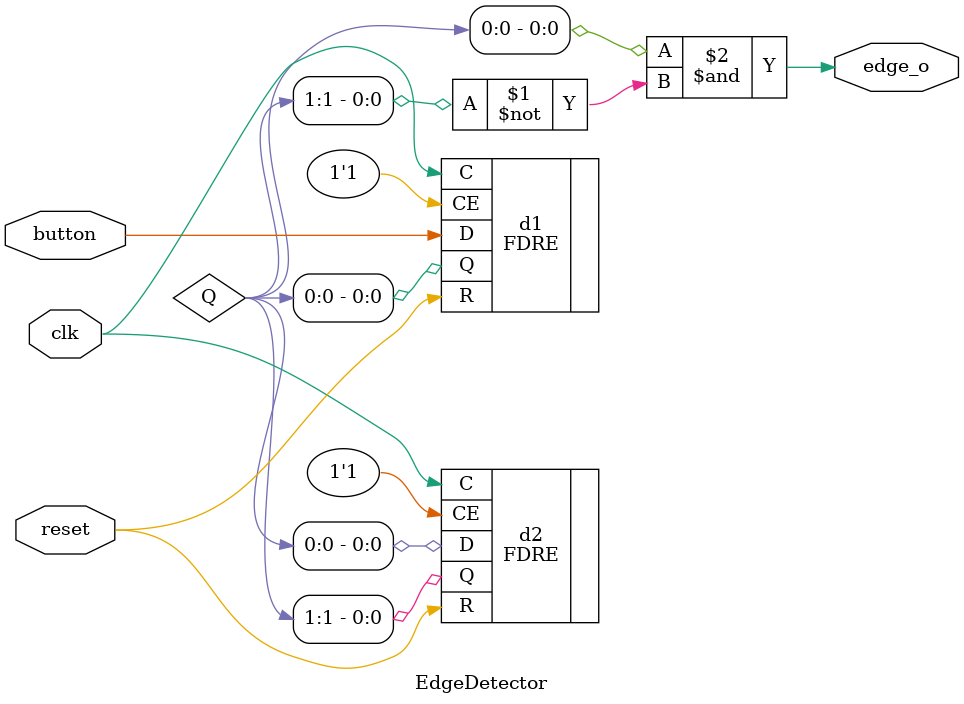
<source format=v>
`timescale 1ns / 1ps


module EdgeDetector
(
input clk,
input reset, 
input button,
output edge_o

);
    
wire [1:0] Q;
assign edge_o = Q[0] & ~Q[1];

FDRE #(.INIT(1'b0)) d1 (.Q(Q[0]), .C(clk), .CE(1'b1), .R(reset), .D(button));
FDRE #(.INIT(1'b0)) d2 (.Q(Q[1]), .C(clk), .CE(1'b1), .R(reset), .D(Q[0]));
 
endmodule

</source>
